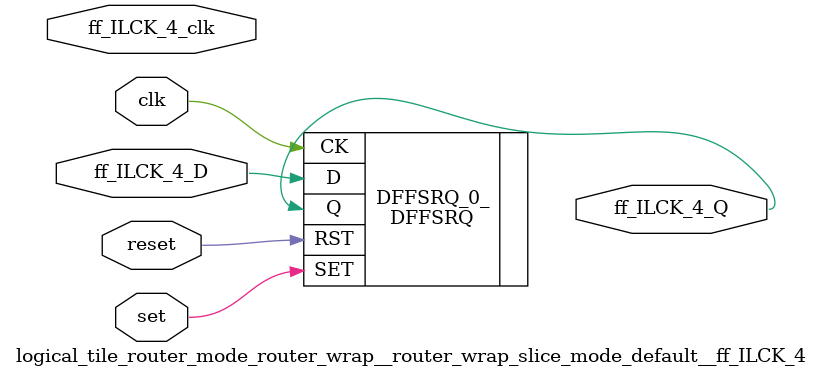
<source format=v>
`default_nettype none

module logical_tile_router_mode_router_wrap__router_wrap_slice_mode_default__ff_ILCK_4(set,
                                                                                       reset,
                                                                                       clk,
                                                                                       ff_ILCK_4_D,
                                                                                       ff_ILCK_4_Q,
                                                                                       ff_ILCK_4_clk);
//----- GLOBAL PORTS -----
input [0:0] set;
//----- GLOBAL PORTS -----
input [0:0] reset;
//----- GLOBAL PORTS -----
input [0:0] clk;
//----- INPUT PORTS -----
input [0:0] ff_ILCK_4_D;
//----- OUTPUT PORTS -----
output [0:0] ff_ILCK_4_Q;
//----- CLOCK PORTS -----
input [0:0] ff_ILCK_4_clk;

//----- BEGIN wire-connection ports -----
wire [0:0] ff_ILCK_4_D;
wire [0:0] ff_ILCK_4_Q;
wire [0:0] ff_ILCK_4_clk;
//----- END wire-connection ports -----


//----- BEGIN Registered ports -----
//----- END Registered ports -----



// ----- BEGIN Local short connections -----
// ----- END Local short connections -----
// ----- BEGIN Local output short connections -----
// ----- END Local output short connections -----

	DFFSRQ DFFSRQ_0_ (
		.SET(set),
		.RST(reset),
		.CK(clk),
		.D(ff_ILCK_4_D),
		.Q(ff_ILCK_4_Q));

endmodule
// ----- END Verilog module for logical_tile_router_mode_router_wrap__router_wrap_slice_mode_default__ff_ILCK_4 -----

//----- Default net type -----
`default_nettype wire




</source>
